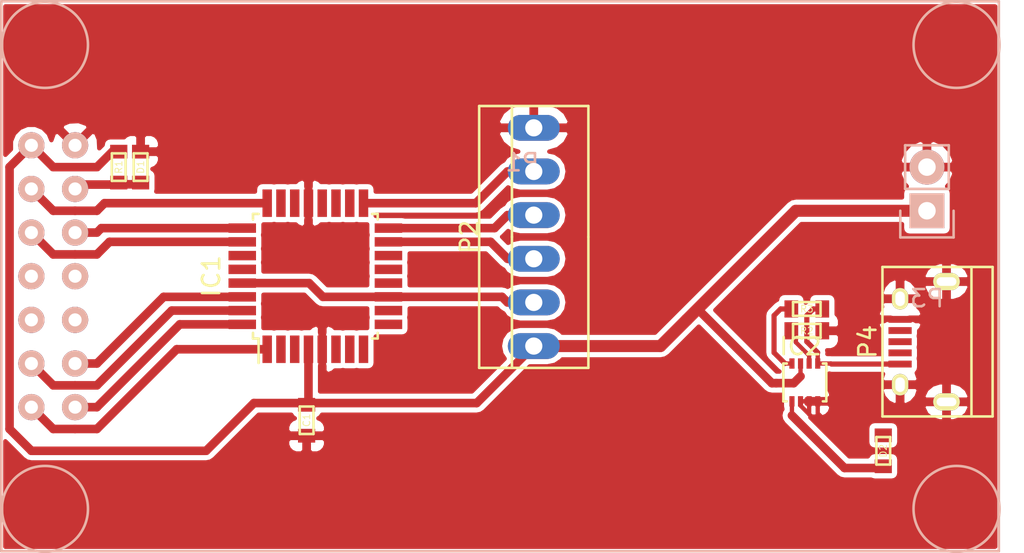
<source format=kicad_pcb>
(kicad_pcb (version 4) (host pcbnew no-vcs-found-product)

  (general
    (links 41)
    (no_connects 2)
    (area 140.214999 84.054999 202.670715 116.645001)
    (thickness 1.6)
    (drawings 0)
    (tracks 101)
    (zones 0)
    (modules 12)
    (nets 43)
  )

  (page A4)
  (layers
    (0 F.Cu signal)
    (31 B.Cu signal)
    (32 B.Adhes user)
    (33 F.Adhes user)
    (34 B.Paste user)
    (35 F.Paste user)
    (36 B.SilkS user)
    (37 F.SilkS user)
    (38 B.Mask user)
    (39 F.Mask user)
    (40 Dwgs.User user)
    (41 Cmts.User user)
    (42 Eco1.User user)
    (43 Eco2.User user)
    (44 Edge.Cuts user)
    (45 Margin user)
    (46 B.CrtYd user)
    (47 F.CrtYd user)
    (48 B.Fab user)
    (49 F.Fab user)
  )

  (setup
    (last_trace_width 0.25)
    (user_trace_width 0.3)
    (user_trace_width 0.5)
    (user_trace_width 0.7)
    (trace_clearance 0.2)
    (zone_clearance 0.3)
    (zone_45_only no)
    (trace_min 0.2)
    (segment_width 0.2)
    (edge_width 0.1)
    (via_size 0.6)
    (via_drill 0.4)
    (via_min_size 0.4)
    (via_min_drill 0.3)
    (uvia_size 0.3)
    (uvia_drill 0.1)
    (uvias_allowed no)
    (uvia_min_size 0.2)
    (uvia_min_drill 0.1)
    (pcb_text_width 0.3)
    (pcb_text_size 1.5 1.5)
    (mod_edge_width 0.15)
    (mod_text_size 1 1)
    (mod_text_width 0.15)
    (pad_size 1.5 1.5)
    (pad_drill 0.6)
    (pad_to_mask_clearance 0)
    (aux_axis_origin 0 0)
    (visible_elements FFFFFF7F)
    (pcbplotparams
      (layerselection 0x00000_00000001)
      (usegerberextensions false)
      (excludeedgelayer true)
      (linewidth 0.100000)
      (plotframeref false)
      (viasonmask false)
      (mode 1)
      (useauxorigin false)
      (hpglpennumber 1)
      (hpglpenspeed 20)
      (hpglpendiameter 15)
      (hpglpenoverlay 2)
      (psnegative false)
      (psa4output false)
      (plotreference true)
      (plotvalue true)
      (plotinvisibletext false)
      (padsonsilk false)
      (subtractmaskfromsilk false)
      (outputformat 1)
      (mirror false)
      (drillshape 0)
      (scaleselection 1)
      (outputdirectory ""))
  )

  (net 0 "")
  (net 1 VSS)
  (net 2 V0)
  (net 3 VDD)
  (net 4 RS)
  (net 5 R/W)
  (net 6 E)
  (net 7 "Net-(P1-Pad7)")
  (net 8 "Net-(P1-Pad8)")
  (net 9 "Net-(P1-Pad9)")
  (net 10 "Net-(P1-Pad10)")
  (net 11 DB4)
  (net 12 DB5)
  (net 13 DB6)
  (net 14 DB7)
  (net 15 "Net-(IC1-Pad2)")
  (net 16 "Net-(IC1-Pad3)")
  (net 17 "Net-(IC1-Pad6)")
  (net 18 "Net-(IC1-Pad7)")
  (net 19 "Net-(IC1-Pad8)")
  (net 20 "Net-(IC1-Pad9)")
  (net 21 "Net-(IC1-Pad10)")
  (net 22 "Net-(IC1-Pad18)")
  (net 23 "Net-(IC1-Pad19)")
  (net 24 "Net-(IC1-Pad20)")
  (net 25 "Net-(IC1-Pad22)")
  (net 26 "Net-(IC1-Pad27)")
  (net 27 "Net-(IC1-Pad28)")
  (net 28 "Net-(IC1-Pad12)")
  (net 29 "Net-(IC1-Pad13)")
  (net 30 "Net-(IC1-Pad14)")
  (net 31 MOSI)
  (net 32 MISO)
  (net 33 SCK)
  (net 34 "Net-(IC1-Pad23)")
  (net 35 ~RESET)
  (net 36 "Net-(D2-Pad1)")
  (net 37 V_USB)
  (net 38 "Net-(IC2-Pad2)")
  (net 39 "Net-(P4-Pad2)")
  (net 40 "Net-(P4-Pad3)")
  (net 41 "Net-(P4-Pad4)")
  (net 42 "Net-(IC2-Pad4)")

  (net_class Default "This is the default net class."
    (clearance 0.2)
    (trace_width 0.25)
    (via_dia 0.6)
    (via_drill 0.4)
    (uvia_dia 0.3)
    (uvia_drill 0.1)
    (add_net DB4)
    (add_net DB5)
    (add_net DB6)
    (add_net DB7)
    (add_net E)
    (add_net MISO)
    (add_net MOSI)
    (add_net "Net-(D2-Pad1)")
    (add_net "Net-(IC1-Pad10)")
    (add_net "Net-(IC1-Pad12)")
    (add_net "Net-(IC1-Pad13)")
    (add_net "Net-(IC1-Pad14)")
    (add_net "Net-(IC1-Pad18)")
    (add_net "Net-(IC1-Pad19)")
    (add_net "Net-(IC1-Pad2)")
    (add_net "Net-(IC1-Pad20)")
    (add_net "Net-(IC1-Pad22)")
    (add_net "Net-(IC1-Pad23)")
    (add_net "Net-(IC1-Pad27)")
    (add_net "Net-(IC1-Pad28)")
    (add_net "Net-(IC1-Pad3)")
    (add_net "Net-(IC1-Pad6)")
    (add_net "Net-(IC1-Pad7)")
    (add_net "Net-(IC1-Pad8)")
    (add_net "Net-(IC1-Pad9)")
    (add_net "Net-(IC2-Pad2)")
    (add_net "Net-(IC2-Pad4)")
    (add_net "Net-(P1-Pad10)")
    (add_net "Net-(P1-Pad7)")
    (add_net "Net-(P1-Pad8)")
    (add_net "Net-(P1-Pad9)")
    (add_net "Net-(P4-Pad2)")
    (add_net "Net-(P4-Pad3)")
    (add_net "Net-(P4-Pad4)")
    (add_net R/W)
    (add_net RS)
    (add_net SCK)
    (add_net V0)
    (add_net VDD)
    (add_net VSS)
    (add_net V_USB)
    (add_net ~RESET)
  )

  (module netl:8x2_backlight locked (layer B.Cu) (tedit 55AE7798) (tstamp 55AE8143)
    (at 144.78 92.71)
    (path /55AE7941)
    (fp_text reference P1 (at 26 1) (layer B.SilkS)
      (effects (font (size 1 1) (thickness 0.15)) (justify mirror))
    )
    (fp_text value CONN_02X07 (at 26 15) (layer B.Fab)
      (effects (font (size 1 1) (thickness 0.15)) (justify mirror))
    )
    (fp_line (start -4.29 -8.38) (end 53.71 -8.38) (layer B.SilkS) (width 0.15))
    (fp_line (start 53.71 -8.38) (end 53.71 23.62) (layer B.SilkS) (width 0.15))
    (fp_line (start 53.71 23.62) (end -4.29 23.62) (layer B.SilkS) (width 0.15))
    (fp_line (start -4.29 23.62) (end -4.29 -8.38) (layer B.SilkS) (width 0.15))
    (fp_circle (center 51.25 21.16) (end 51.25 18.66) (layer B.SilkS) (width 0.15))
    (fp_circle (center 51.25 -5.84) (end 51.25 -8.34) (layer B.SilkS) (width 0.15))
    (fp_circle (center -1.75 -5.84) (end -1.75 -8.34) (layer B.SilkS) (width 0.15))
    (fp_circle (center -1.75 21.16) (end -1.75 18.66) (layer B.SilkS) (width 0.15))
    (pad 1 thru_hole circle (at 0 0) (size 1.524 1.524) (drill 0.762) (layers *.Cu *.Mask B.SilkS)
      (net 1 VSS))
    (pad 2 thru_hole circle (at -2.54 0) (size 1.524 1.524) (drill 0.762) (layers *.Cu *.Mask B.SilkS)
      (net 3 VDD))
    (pad 3 thru_hole circle (at 0 2.54) (size 1.524 1.524) (drill 0.762) (layers *.Cu *.Mask B.SilkS)
      (net 2 V0))
    (pad 4 thru_hole circle (at -2.54 2.54) (size 1.524 1.524) (drill 0.762) (layers *.Cu *.Mask B.SilkS)
      (net 4 RS))
    (pad 5 thru_hole circle (at 0 5.08) (size 1.524 1.524) (drill 0.762) (layers *.Cu *.Mask B.SilkS)
      (net 5 R/W))
    (pad 6 thru_hole circle (at -2.54 5.08) (size 1.524 1.524) (drill 0.762) (layers *.Cu *.Mask B.SilkS)
      (net 6 E))
    (pad 7 thru_hole circle (at 0 7.62) (size 1.524 1.524) (drill 0.762) (layers *.Cu *.Mask B.SilkS)
      (net 7 "Net-(P1-Pad7)"))
    (pad 8 thru_hole circle (at -2.54 7.62) (size 1.524 1.524) (drill 0.762) (layers *.Cu *.Mask B.SilkS)
      (net 8 "Net-(P1-Pad8)"))
    (pad 9 thru_hole circle (at 0 10.16) (size 1.524 1.524) (drill 0.762) (layers *.Cu *.Mask B.SilkS)
      (net 9 "Net-(P1-Pad9)"))
    (pad 10 thru_hole circle (at -2.54 10.16) (size 1.524 1.524) (drill 0.762) (layers *.Cu *.Mask B.SilkS)
      (net 10 "Net-(P1-Pad10)"))
    (pad 11 thru_hole circle (at 0 12.7) (size 1.524 1.524) (drill 0.762) (layers *.Cu *.Mask B.SilkS)
      (net 11 DB4))
    (pad 12 thru_hole circle (at -2.54 12.7) (size 1.524 1.524) (drill 0.762) (layers *.Cu *.Mask B.SilkS)
      (net 12 DB5))
    (pad 13 thru_hole circle (at 0 15.24) (size 1.524 1.524) (drill 0.762) (layers *.Cu *.Mask B.SilkS)
      (net 13 DB6))
    (pad 14 thru_hole circle (at -2.54 15.24) (size 1.524 1.524) (drill 0.762) (layers *.Cu *.Mask B.SilkS)
      (net 14 DB7))
  )

  (module netl:SMD_0603 (layer F.Cu) (tedit 5537B97F) (tstamp 55AE812B)
    (at 158.242 108.712 270)
    (path /55AE8005)
    (fp_text reference C1 (at 0 0 270) (layer F.SilkS)
      (effects (font (size 0.4 0.4) (thickness 0.05)))
    )
    (fp_text value C (at 0 -0.8 270) (layer F.Fab)
      (effects (font (size 0.4 0.4) (thickness 0.1)))
    )
    (fp_line (start -0.8 0.4) (end 0.8 0.4) (layer F.SilkS) (width 0.15))
    (fp_line (start 0.8 0.4) (end 0.8 -0.4) (layer F.SilkS) (width 0.15))
    (fp_line (start 0.8 -0.4) (end -0.8 -0.4) (layer F.SilkS) (width 0.15))
    (fp_line (start -0.8 -0.4) (end -0.8 0.4) (layer F.SilkS) (width 0.15))
    (pad 1 smd rect (at -1 0 270) (size 0.8 1) (drill (offset 0.1 0)) (layers F.Cu F.Paste F.Mask)
      (net 3 VDD))
    (pad 2 smd rect (at 1 0 270) (size 0.8 1) (drill (offset -0.1 0)) (layers F.Cu F.Paste F.Mask)
      (net 1 VSS))
  )

  (module netl:SMD_0603 (layer F.Cu) (tedit 5537B97F) (tstamp 55AE8131)
    (at 148.59 93.98 270)
    (path /55AE7C80)
    (fp_text reference D1 (at 0 0 270) (layer F.SilkS)
      (effects (font (size 0.4 0.4) (thickness 0.05)))
    )
    (fp_text value D (at 0 -0.8 270) (layer F.Fab)
      (effects (font (size 0.4 0.4) (thickness 0.1)))
    )
    (fp_line (start -0.8 0.4) (end 0.8 0.4) (layer F.SilkS) (width 0.15))
    (fp_line (start 0.8 0.4) (end 0.8 -0.4) (layer F.SilkS) (width 0.15))
    (fp_line (start 0.8 -0.4) (end -0.8 -0.4) (layer F.SilkS) (width 0.15))
    (fp_line (start -0.8 -0.4) (end -0.8 0.4) (layer F.SilkS) (width 0.15))
    (pad 1 smd rect (at -1 0 270) (size 0.8 1) (drill (offset 0.1 0)) (layers F.Cu F.Paste F.Mask)
      (net 1 VSS))
    (pad 2 smd rect (at 1 0 270) (size 0.8 1) (drill (offset -0.1 0)) (layers F.Cu F.Paste F.Mask)
      (net 2 V0))
  )

  (module netl:SMD_0603 (layer F.Cu) (tedit 5537B97F) (tstamp 55AE8149)
    (at 147.32 93.98 270)
    (path /55AE7D58)
    (fp_text reference R1 (at 0 0 270) (layer F.SilkS)
      (effects (font (size 0.4 0.4) (thickness 0.05)))
    )
    (fp_text value R (at 0 -0.8 270) (layer F.Fab)
      (effects (font (size 0.4 0.4) (thickness 0.1)))
    )
    (fp_line (start -0.8 0.4) (end 0.8 0.4) (layer F.SilkS) (width 0.15))
    (fp_line (start 0.8 0.4) (end 0.8 -0.4) (layer F.SilkS) (width 0.15))
    (fp_line (start 0.8 -0.4) (end -0.8 -0.4) (layer F.SilkS) (width 0.15))
    (fp_line (start -0.8 -0.4) (end -0.8 0.4) (layer F.SilkS) (width 0.15))
    (pad 1 smd rect (at -1 0 270) (size 0.8 1) (drill (offset 0.1 0)) (layers F.Cu F.Paste F.Mask)
      (net 3 VDD))
    (pad 2 smd rect (at 1 0 270) (size 0.8 1) (drill (offset -0.1 0)) (layers F.Cu F.Paste F.Mask)
      (net 2 V0))
  )

  (module Housings_QFP:TQFP-32_7x7mm_Pitch0.8mm (layer F.Cu) (tedit 54130A77) (tstamp 55AE8247)
    (at 158.75 100.33 90)
    (descr "32-Lead Plastic Thin Quad Flatpack (PT) - 7x7x1.0 mm Body, 2.00 mm [TQFP] (see Microchip Packaging Specification 00000049BS.pdf)")
    (tags "QFP 0.8")
    (path /55AE8F66)
    (attr smd)
    (fp_text reference IC1 (at 0 -6.05 90) (layer F.SilkS)
      (effects (font (size 1 1) (thickness 0.15)))
    )
    (fp_text value ATTINY48-A (at 0 6.05 90) (layer F.Fab)
      (effects (font (size 1 1) (thickness 0.15)))
    )
    (fp_line (start -5.3 -5.3) (end -5.3 5.3) (layer F.CrtYd) (width 0.05))
    (fp_line (start 5.3 -5.3) (end 5.3 5.3) (layer F.CrtYd) (width 0.05))
    (fp_line (start -5.3 -5.3) (end 5.3 -5.3) (layer F.CrtYd) (width 0.05))
    (fp_line (start -5.3 5.3) (end 5.3 5.3) (layer F.CrtYd) (width 0.05))
    (fp_line (start -3.625 -3.625) (end -3.625 -3.3) (layer F.SilkS) (width 0.15))
    (fp_line (start 3.625 -3.625) (end 3.625 -3.3) (layer F.SilkS) (width 0.15))
    (fp_line (start 3.625 3.625) (end 3.625 3.3) (layer F.SilkS) (width 0.15))
    (fp_line (start -3.625 3.625) (end -3.625 3.3) (layer F.SilkS) (width 0.15))
    (fp_line (start -3.625 -3.625) (end -3.3 -3.625) (layer F.SilkS) (width 0.15))
    (fp_line (start -3.625 3.625) (end -3.3 3.625) (layer F.SilkS) (width 0.15))
    (fp_line (start 3.625 3.625) (end 3.3 3.625) (layer F.SilkS) (width 0.15))
    (fp_line (start 3.625 -3.625) (end 3.3 -3.625) (layer F.SilkS) (width 0.15))
    (fp_line (start -3.625 -3.3) (end -5.05 -3.3) (layer F.SilkS) (width 0.15))
    (pad 1 smd rect (at -4.25 -2.8 90) (size 1.6 0.55) (layers F.Cu F.Paste F.Mask)
      (net 14 DB7))
    (pad 2 smd rect (at -4.25 -2 90) (size 1.6 0.55) (layers F.Cu F.Paste F.Mask)
      (net 15 "Net-(IC1-Pad2)"))
    (pad 3 smd rect (at -4.25 -1.2 90) (size 1.6 0.55) (layers F.Cu F.Paste F.Mask)
      (net 16 "Net-(IC1-Pad3)"))
    (pad 4 smd rect (at -4.25 -0.4 90) (size 1.6 0.55) (layers F.Cu F.Paste F.Mask)
      (net 3 VDD))
    (pad 5 smd rect (at -4.25 0.4 90) (size 1.6 0.55) (layers F.Cu F.Paste F.Mask)
      (net 1 VSS))
    (pad 6 smd rect (at -4.25 1.2 90) (size 1.6 0.55) (layers F.Cu F.Paste F.Mask)
      (net 17 "Net-(IC1-Pad6)"))
    (pad 7 smd rect (at -4.25 2 90) (size 1.6 0.55) (layers F.Cu F.Paste F.Mask)
      (net 18 "Net-(IC1-Pad7)"))
    (pad 8 smd rect (at -4.25 2.8 90) (size 1.6 0.55) (layers F.Cu F.Paste F.Mask)
      (net 19 "Net-(IC1-Pad8)"))
    (pad 9 smd rect (at -2.8 4.25 180) (size 1.6 0.55) (layers F.Cu F.Paste F.Mask)
      (net 20 "Net-(IC1-Pad9)"))
    (pad 10 smd rect (at -2 4.25 180) (size 1.6 0.55) (layers F.Cu F.Paste F.Mask)
      (net 21 "Net-(IC1-Pad10)"))
    (pad 11 smd rect (at -1.2 4.25 180) (size 1.6 0.55) (layers F.Cu F.Paste F.Mask)
      (net 35 ~RESET))
    (pad 12 smd rect (at -0.4 4.25 180) (size 1.6 0.55) (layers F.Cu F.Paste F.Mask)
      (net 28 "Net-(IC1-Pad12)"))
    (pad 13 smd rect (at 0.4 4.25 180) (size 1.6 0.55) (layers F.Cu F.Paste F.Mask)
      (net 29 "Net-(IC1-Pad13)"))
    (pad 14 smd rect (at 1.2 4.25 180) (size 1.6 0.55) (layers F.Cu F.Paste F.Mask)
      (net 30 "Net-(IC1-Pad14)"))
    (pad 15 smd rect (at 2 4.25 180) (size 1.6 0.55) (layers F.Cu F.Paste F.Mask)
      (net 31 MOSI))
    (pad 16 smd rect (at 2.8 4.25 180) (size 1.6 0.55) (layers F.Cu F.Paste F.Mask)
      (net 32 MISO))
    (pad 17 smd rect (at 4.25 2.8 90) (size 1.6 0.55) (layers F.Cu F.Paste F.Mask)
      (net 33 SCK))
    (pad 18 smd rect (at 4.25 2 90) (size 1.6 0.55) (layers F.Cu F.Paste F.Mask)
      (net 22 "Net-(IC1-Pad18)"))
    (pad 19 smd rect (at 4.25 1.2 90) (size 1.6 0.55) (layers F.Cu F.Paste F.Mask)
      (net 23 "Net-(IC1-Pad19)"))
    (pad 20 smd rect (at 4.25 0.4 90) (size 1.6 0.55) (layers F.Cu F.Paste F.Mask)
      (net 24 "Net-(IC1-Pad20)"))
    (pad 21 smd rect (at 4.25 -0.4 90) (size 1.6 0.55) (layers F.Cu F.Paste F.Mask)
      (net 1 VSS))
    (pad 22 smd rect (at 4.25 -1.2 90) (size 1.6 0.55) (layers F.Cu F.Paste F.Mask)
      (net 25 "Net-(IC1-Pad22)"))
    (pad 23 smd rect (at 4.25 -2 90) (size 1.6 0.55) (layers F.Cu F.Paste F.Mask)
      (net 34 "Net-(IC1-Pad23)"))
    (pad 24 smd rect (at 4.25 -2.8 90) (size 1.6 0.55) (layers F.Cu F.Paste F.Mask)
      (net 4 RS))
    (pad 25 smd rect (at 2.8 -4.25 180) (size 1.6 0.55) (layers F.Cu F.Paste F.Mask)
      (net 5 R/W))
    (pad 26 smd rect (at 2 -4.25 180) (size 1.6 0.55) (layers F.Cu F.Paste F.Mask)
      (net 6 E))
    (pad 27 smd rect (at 1.2 -4.25 180) (size 1.6 0.55) (layers F.Cu F.Paste F.Mask)
      (net 26 "Net-(IC1-Pad27)"))
    (pad 28 smd rect (at 0.4 -4.25 180) (size 1.6 0.55) (layers F.Cu F.Paste F.Mask)
      (net 27 "Net-(IC1-Pad28)"))
    (pad 29 smd rect (at -0.4 -4.25 180) (size 1.6 0.55) (layers F.Cu F.Paste F.Mask)
      (net 35 ~RESET))
    (pad 30 smd rect (at -1.2 -4.25 180) (size 1.6 0.55) (layers F.Cu F.Paste F.Mask)
      (net 11 DB4))
    (pad 31 smd rect (at -2 -4.25 180) (size 1.6 0.55) (layers F.Cu F.Paste F.Mask)
      (net 12 DB5))
    (pad 32 smd rect (at -2.8 -4.25 180) (size 1.6 0.55) (layers F.Cu F.Paste F.Mask)
      (net 13 DB6))
    (model Housings_QFP.3dshapes/TQFP-32_7x7mm_Pitch0.8mm.wrl
      (at (xyz 0 0 0))
      (scale (xyz 1 1 1))
      (rotate (xyz 0 0 0))
    )
  )

  (module Connect:PINHEAD1-6 (layer F.Cu) (tedit 0) (tstamp 55AE85AA)
    (at 171.45 98.044 90)
    (path /55AEA1E8)
    (attr virtual)
    (fp_text reference P2 (at 0 -3.75 90) (layer F.SilkS)
      (effects (font (size 1 1) (thickness 0.15)))
    )
    (fp_text value CONN_01X06 (at 0 3.81 90) (layer F.Fab)
      (effects (font (size 1 1) (thickness 0.15)))
    )
    (fp_line (start 0 3.175) (end 7.62 3.175) (layer F.SilkS) (width 0.15))
    (fp_line (start 0 -1.27) (end 7.62 -1.27) (layer F.SilkS) (width 0.15))
    (fp_line (start 0 -3.175) (end 7.62 -3.175) (layer F.SilkS) (width 0.15))
    (fp_line (start -7.62 -3.175) (end -7.62 3.175) (layer F.SilkS) (width 0.15))
    (fp_line (start 7.62 -3.175) (end 7.62 3.175) (layer F.SilkS) (width 0.15))
    (fp_line (start 0 -1.27) (end -7.62 -1.27) (layer F.SilkS) (width 0.15))
    (fp_line (start -7.62 -3.175) (end 0 -3.175) (layer F.SilkS) (width 0.15))
    (fp_line (start 0 3.175) (end -7.62 3.175) (layer F.SilkS) (width 0.15))
    (pad 1 thru_hole oval (at -6.35 0 90) (size 1.50622 3.01498) (drill 0.99822) (layers *.Cu *.Mask)
      (net 3 VDD))
    (pad 2 thru_hole oval (at -3.81 0 90) (size 1.50622 3.01498) (drill 0.99822) (layers *.Cu *.Mask)
      (net 35 ~RESET))
    (pad 3 thru_hole oval (at -1.27 0 90) (size 1.50622 3.01498) (drill 0.99822) (layers *.Cu *.Mask)
      (net 31 MOSI))
    (pad 4 thru_hole oval (at 1.27 0 90) (size 1.50622 3.01498) (drill 0.99822) (layers *.Cu *.Mask)
      (net 32 MISO))
    (pad 5 thru_hole oval (at 3.81 0 90) (size 1.50622 3.01498) (drill 0.99822) (layers *.Cu *.Mask)
      (net 33 SCK))
    (pad 6 thru_hole oval (at 6.35 0 90) (size 1.50622 3.01498) (drill 0.99822) (layers *.Cu *.Mask)
      (net 1 VSS))
  )

  (module netl:SMD_0603 (layer F.Cu) (tedit 5537B97F) (tstamp 55AE906F)
    (at 191.77 110.49 90)
    (path /55AEB80C)
    (fp_text reference D2 (at 0 0 90) (layer F.SilkS)
      (effects (font (size 0.4 0.4) (thickness 0.05)))
    )
    (fp_text value LED (at 0 -0.8 90) (layer F.Fab)
      (effects (font (size 0.4 0.4) (thickness 0.1)))
    )
    (fp_line (start -0.8 0.4) (end 0.8 0.4) (layer F.SilkS) (width 0.15))
    (fp_line (start 0.8 0.4) (end 0.8 -0.4) (layer F.SilkS) (width 0.15))
    (fp_line (start 0.8 -0.4) (end -0.8 -0.4) (layer F.SilkS) (width 0.15))
    (fp_line (start -0.8 -0.4) (end -0.8 0.4) (layer F.SilkS) (width 0.15))
    (pad 1 smd rect (at -1 0 90) (size 0.8 1) (drill (offset 0.1 0)) (layers F.Cu F.Paste F.Mask)
      (net 36 "Net-(D2-Pad1)"))
    (pad 2 smd rect (at 1 0 90) (size 0.8 1) (drill (offset -0.1 0)) (layers F.Cu F.Paste F.Mask)
      (net 37 V_USB))
  )

  (module netl:SC70JW-8 (layer F.Cu) (tedit 55AE8E1B) (tstamp 55AE9081)
    (at 187.96 105.41 180)
    (path /55AEB36A)
    (fp_text reference IC2 (at 1 1 180) (layer F.SilkS)
      (effects (font (size 1 1) (thickness 0.15)))
    )
    (fp_text value AAT3681A (at 1 -3.5 180) (layer F.Fab)
      (effects (font (size 1 1) (thickness 0.15)))
    )
    (fp_line (start -0.5 -2.2) (end -0.3 -2.2) (layer F.SilkS) (width 0.15))
    (fp_line (start -0.5 0) (end -0.5 -2.2) (layer F.SilkS) (width 0.15))
    (fp_line (start -0.5 0) (end -0.3 0) (layer F.SilkS) (width 0.15))
    (fp_line (start 1.8 0) (end 2 0) (layer F.SilkS) (width 0.15))
    (fp_line (start 2 0) (end 2 -2.2) (layer F.SilkS) (width 0.15))
    (fp_line (start 2 -2.2) (end 1.8 -2.2) (layer F.SilkS) (width 0.15))
    (pad 1 smd rect (at 0 0 180) (size 0.3 0.6) (layers F.Cu F.Paste F.Mask)
      (net 37 V_USB))
    (pad 2 smd rect (at 0.5 0 180) (size 0.3 0.6) (layers F.Cu F.Paste F.Mask)
      (net 38 "Net-(IC2-Pad2)"))
    (pad 3 smd rect (at 1 0 180) (size 0.3 0.6) (layers F.Cu F.Paste F.Mask)
      (net 3 VDD))
    (pad 4 smd rect (at 1.5 0 180) (size 0.3 0.6) (layers F.Cu F.Paste F.Mask)
      (net 42 "Net-(IC2-Pad4)"))
    (pad 5 smd rect (at 1.5 -2.2 180) (size 0.3 0.6) (layers F.Cu F.Paste F.Mask)
      (net 36 "Net-(D2-Pad1)"))
    (pad 6 smd rect (at 1 -2.2 180) (size 0.3 0.6) (layers F.Cu F.Paste F.Mask)
      (net 1 VSS))
    (pad 7 smd rect (at 0.5 -2.2 180) (size 0.3 0.6) (layers F.Cu F.Paste F.Mask)
      (net 1 VSS))
    (pad 8 smd rect (at 0 -2.2 180) (size 0.3 0.6) (layers F.Cu F.Paste F.Mask)
      (net 1 VSS))
  )

  (module Pin_Headers:Pin_Header_Straight_1x02 (layer B.Cu) (tedit 54EA090C) (tstamp 55AE9087)
    (at 194.31 96.52)
    (descr "Through hole pin header")
    (tags "pin header")
    (path /55AEBC12)
    (fp_text reference P3 (at 0 5.1) (layer B.SilkS)
      (effects (font (size 1 1) (thickness 0.15)) (justify mirror))
    )
    (fp_text value CONN_01X02 (at 0 3.1) (layer B.Fab)
      (effects (font (size 1 1) (thickness 0.15)) (justify mirror))
    )
    (fp_line (start 1.27 -1.27) (end 1.27 -3.81) (layer B.SilkS) (width 0.15))
    (fp_line (start 1.55 1.55) (end 1.55 0) (layer B.SilkS) (width 0.15))
    (fp_line (start -1.75 1.75) (end -1.75 -4.3) (layer B.CrtYd) (width 0.05))
    (fp_line (start 1.75 1.75) (end 1.75 -4.3) (layer B.CrtYd) (width 0.05))
    (fp_line (start -1.75 1.75) (end 1.75 1.75) (layer B.CrtYd) (width 0.05))
    (fp_line (start -1.75 -4.3) (end 1.75 -4.3) (layer B.CrtYd) (width 0.05))
    (fp_line (start 1.27 -1.27) (end -1.27 -1.27) (layer B.SilkS) (width 0.15))
    (fp_line (start -1.55 0) (end -1.55 1.55) (layer B.SilkS) (width 0.15))
    (fp_line (start -1.55 1.55) (end 1.55 1.55) (layer B.SilkS) (width 0.15))
    (fp_line (start -1.27 -1.27) (end -1.27 -3.81) (layer B.SilkS) (width 0.15))
    (fp_line (start -1.27 -3.81) (end 1.27 -3.81) (layer B.SilkS) (width 0.15))
    (pad 1 thru_hole rect (at 0 0) (size 2.032 2.032) (drill 1.016) (layers *.Cu *.Mask B.SilkS)
      (net 3 VDD))
    (pad 2 thru_hole oval (at 0 -2.54) (size 2.032 2.032) (drill 1.016) (layers *.Cu *.Mask B.SilkS)
      (net 1 VSS))
    (model Pin_Headers.3dshapes/Pin_Header_Straight_1x02.wrl
      (at (xyz 0 -0.05 0))
      (scale (xyz 1 1 1))
      (rotate (xyz 0 0 90))
    )
  )

  (module Connect:USB_Micro-B (layer F.Cu) (tedit 5543E447) (tstamp 55AE9094)
    (at 194.31 104.14 90)
    (descr "Micro USB Type B Receptacle")
    (tags "USB USB_B USB_micro USB_OTG")
    (path /55AEBD84)
    (attr smd)
    (fp_text reference P4 (at 0 -3.45 90) (layer F.SilkS)
      (effects (font (size 1 1) (thickness 0.15)))
    )
    (fp_text value USB_OTG (at 0 4.8 90) (layer F.Fab)
      (effects (font (size 1 1) (thickness 0.15)))
    )
    (fp_line (start -4.6 -2.8) (end 4.6 -2.8) (layer F.CrtYd) (width 0.05))
    (fp_line (start 4.6 -2.8) (end 4.6 4.05) (layer F.CrtYd) (width 0.05))
    (fp_line (start 4.6 4.05) (end -4.6 4.05) (layer F.CrtYd) (width 0.05))
    (fp_line (start -4.6 4.05) (end -4.6 -2.8) (layer F.CrtYd) (width 0.05))
    (fp_line (start -4.3509 3.81746) (end 4.3491 3.81746) (layer F.SilkS) (width 0.15))
    (fp_line (start -4.3509 -2.58754) (end 4.3491 -2.58754) (layer F.SilkS) (width 0.15))
    (fp_line (start 4.3491 -2.58754) (end 4.3491 3.81746) (layer F.SilkS) (width 0.15))
    (fp_line (start 4.3491 2.58746) (end -4.3509 2.58746) (layer F.SilkS) (width 0.15))
    (fp_line (start -4.3509 3.81746) (end -4.3509 -2.58754) (layer F.SilkS) (width 0.15))
    (pad 1 smd rect (at -1.3009 -1.56254 180) (size 1.35 0.4) (layers F.Cu F.Paste F.Mask)
      (net 37 V_USB))
    (pad 2 smd rect (at -0.6509 -1.56254 180) (size 1.35 0.4) (layers F.Cu F.Paste F.Mask)
      (net 39 "Net-(P4-Pad2)"))
    (pad 3 smd rect (at -0.0009 -1.56254 180) (size 1.35 0.4) (layers F.Cu F.Paste F.Mask)
      (net 40 "Net-(P4-Pad3)"))
    (pad 4 smd rect (at 0.6491 -1.56254 180) (size 1.35 0.4) (layers F.Cu F.Paste F.Mask)
      (net 41 "Net-(P4-Pad4)"))
    (pad 5 smd rect (at 1.2991 -1.56254 180) (size 1.35 0.4) (layers F.Cu F.Paste F.Mask)
      (net 1 VSS))
    (pad 6 thru_hole oval (at -2.5009 -1.56254 180) (size 0.95 1.25) (drill oval 0.55 0.85) (layers *.Cu *.Mask F.SilkS)
      (net 1 VSS))
    (pad 6 thru_hole oval (at 2.4991 -1.56254 180) (size 0.95 1.25) (drill oval 0.55 0.85) (layers *.Cu *.Mask F.SilkS)
      (net 1 VSS))
    (pad 6 thru_hole oval (at -3.5009 1.13746 180) (size 1.55 1) (drill oval 1.15 0.5) (layers *.Cu *.Mask F.SilkS)
      (net 1 VSS))
    (pad 6 thru_hole oval (at 3.4991 1.13746 180) (size 1.55 1) (drill oval 1.15 0.5) (layers *.Cu *.Mask F.SilkS)
      (net 1 VSS))
  )

  (module netl:SMD_0603 (layer F.Cu) (tedit 5537B97F) (tstamp 55AE909A)
    (at 187.325 103.505)
    (path /55AEB9B3)
    (fp_text reference R2 (at 0 0) (layer F.SilkS)
      (effects (font (size 0.4 0.4) (thickness 0.05)))
    )
    (fp_text value R (at 0 -0.8) (layer F.Fab)
      (effects (font (size 0.4 0.4) (thickness 0.1)))
    )
    (fp_line (start -0.8 0.4) (end 0.8 0.4) (layer F.SilkS) (width 0.15))
    (fp_line (start 0.8 0.4) (end 0.8 -0.4) (layer F.SilkS) (width 0.15))
    (fp_line (start 0.8 -0.4) (end -0.8 -0.4) (layer F.SilkS) (width 0.15))
    (fp_line (start -0.8 -0.4) (end -0.8 0.4) (layer F.SilkS) (width 0.15))
    (pad 1 smd rect (at -1 0) (size 0.8 1) (drill (offset 0.1 0)) (layers F.Cu F.Paste F.Mask)
      (net 38 "Net-(IC2-Pad2)"))
    (pad 2 smd rect (at 1 0) (size 0.8 1) (drill (offset -0.1 0)) (layers F.Cu F.Paste F.Mask)
      (net 1 VSS))
  )

  (module netl:SMD_0603 (layer F.Cu) (tedit 5537B97F) (tstamp 55AE97A8)
    (at 187.325 102.235 180)
    (path /55AECAD7)
    (fp_text reference R3 (at 0 0 180) (layer F.SilkS)
      (effects (font (size 0.4 0.4) (thickness 0.05)))
    )
    (fp_text value 0R (at 0 -0.8 180) (layer F.Fab)
      (effects (font (size 0.4 0.4) (thickness 0.1)))
    )
    (fp_line (start -0.8 0.4) (end 0.8 0.4) (layer F.SilkS) (width 0.15))
    (fp_line (start 0.8 0.4) (end 0.8 -0.4) (layer F.SilkS) (width 0.15))
    (fp_line (start 0.8 -0.4) (end -0.8 -0.4) (layer F.SilkS) (width 0.15))
    (fp_line (start -0.8 -0.4) (end -0.8 0.4) (layer F.SilkS) (width 0.15))
    (pad 1 smd rect (at -1 0 180) (size 0.8 1) (drill (offset 0.1 0)) (layers F.Cu F.Paste F.Mask)
      (net 37 V_USB))
    (pad 2 smd rect (at 1 0 180) (size 0.8 1) (drill (offset -0.1 0)) (layers F.Cu F.Paste F.Mask)
      (net 42 "Net-(IC2-Pad4)"))
  )

  (segment (start 186.96 107.61) (end 186.96 107.86) (width 0.25) (layer F.Cu) (net 1) (status C00000))
  (segment (start 186.96 107.86) (end 187.46 108.36) (width 0.25) (layer F.Cu) (net 1) (tstamp 55AE9BFF) (status 400000))
  (segment (start 187.46 107.61) (end 187.46 108.36) (width 0.25) (layer F.Cu) (net 1) (status 400000))
  (segment (start 187.96 108.46) (end 188 108.5) (width 0.25) (layer F.Cu) (net 1) (tstamp 55AE9BF8))
  (segment (start 187.96 108.46) (end 187.96 107.61) (width 0.25) (layer F.Cu) (net 1) (status 800000))
  (segment (start 187.6 108.5) (end 188 108.5) (width 0.25) (layer F.Cu) (net 1) (tstamp 55AE9BFC))
  (segment (start 187.46 108.36) (end 187.6 108.5) (width 0.25) (layer F.Cu) (net 1) (tstamp 55AE9BFB))
  (segment (start 186.96 107.61) (end 187.46 107.61) (width 0.25) (layer F.Cu) (net 1) (status C00000))
  (segment (start 148.59 94.98) (end 147.32 94.98) (width 0.5) (layer F.Cu) (net 2))
  (segment (start 147.32 94.98) (end 147.304 94.996) (width 0.5) (layer F.Cu) (net 2) (tstamp 55AE9384))
  (segment (start 147.304 94.996) (end 145.034 94.996) (width 0.5) (layer F.Cu) (net 2) (tstamp 55AE9385))
  (segment (start 145.034 94.996) (end 144.78 95.25) (width 0.5) (layer F.Cu) (net 2) (tstamp 55AE9386))
  (segment (start 142.24 92.71) (end 140.97 93.98) (width 0.5) (layer F.Cu) (net 3))
  (segment (start 155.178 107.712) (end 158.242 107.712) (width 0.5) (layer F.Cu) (net 3) (tstamp 55AE9A41))
  (segment (start 152.4 110.49) (end 155.178 107.712) (width 0.5) (layer F.Cu) (net 3) (tstamp 55AE9A3F))
  (segment (start 142.24 110.49) (end 152.4 110.49) (width 0.5) (layer F.Cu) (net 3) (tstamp 55AE9A3C))
  (segment (start 140.97 109.22) (end 142.24 110.49) (width 0.5) (layer F.Cu) (net 3) (tstamp 55AE9A39))
  (segment (start 140.97 93.98) (end 140.97 109.22) (width 0.5) (layer F.Cu) (net 3) (tstamp 55AE9A37))
  (segment (start 185.547 106.553) (end 185.293 106.553) (width 0.5) (layer F.Cu) (net 3))
  (segment (start 186.96 106.156) (end 186.563 106.553) (width 0.5) (layer F.Cu) (net 3) (tstamp 55AE98A2))
  (segment (start 186.563 106.553) (end 185.547 106.553) (width 0.5) (layer F.Cu) (net 3) (tstamp 55AE98A5))
  (segment (start 186.96 105.41) (end 186.96 106.156) (width 0.25) (layer F.Cu) (net 3))
  (segment (start 180.975 102.235) (end 180.34 102.87) (width 0.5) (layer F.Cu) (net 3) (tstamp 55AE9A19))
  (segment (start 185.293 106.553) (end 180.975 102.235) (width 0.5) (layer F.Cu) (net 3) (tstamp 55AE9A18))
  (segment (start 194.31 96.52) (end 186.69 96.52) (width 0.7) (layer F.Cu) (net 3))
  (segment (start 178.816 104.394) (end 171.45 104.394) (width 0.7) (layer F.Cu) (net 3) (tstamp 55AE9A13))
  (segment (start 186.69 96.52) (end 180.34 102.87) (width 0.7) (layer F.Cu) (net 3) (tstamp 55AE9A11))
  (segment (start 180.34 102.87) (end 178.816 104.394) (width 0.7) (layer F.Cu) (net 3) (tstamp 55AE9A1C))
  (segment (start 158.242 107.712) (end 168.132 107.712) (width 0.5) (layer F.Cu) (net 3))
  (segment (start 168.132 107.712) (end 171.45 104.394) (width 0.5) (layer F.Cu) (net 3) (tstamp 55AE9517))
  (segment (start 158.35 104.58) (end 158.35 107.604) (width 0.5) (layer F.Cu) (net 3))
  (segment (start 158.35 107.604) (end 158.242 107.712) (width 0.5) (layer F.Cu) (net 3) (tstamp 55AE9514))
  (segment (start 147.32 92.98) (end 147.05 92.98) (width 0.5) (layer F.Cu) (net 3))
  (segment (start 147.05 92.98) (end 146.05 93.98) (width 0.5) (layer F.Cu) (net 3) (tstamp 55AE9391))
  (segment (start 146.05 93.98) (end 143.51 93.98) (width 0.5) (layer F.Cu) (net 3) (tstamp 55AE9392))
  (segment (start 143.51 93.98) (end 142.24 92.71) (width 0.5) (layer F.Cu) (net 3) (tstamp 55AE9393))
  (segment (start 147.32 92.98) (end 147.304 92.98) (width 0.5) (layer F.Cu) (net 3))
  (segment (start 144.78 96.52) (end 146.05 96.52) (width 0.5) (layer F.Cu) (net 4))
  (segment (start 143.51 96.52) (end 144.78 96.52) (width 0.5) (layer F.Cu) (net 4) (tstamp 55AE92EB))
  (segment (start 142.24 95.25) (end 143.51 96.52) (width 0.5) (layer F.Cu) (net 4))
  (segment (start 146.49 96.08) (end 155.95 96.08) (width 0.5) (layer F.Cu) (net 4) (tstamp 55AE9366))
  (segment (start 146.05 96.52) (end 146.49 96.08) (width 0.5) (layer F.Cu) (net 4) (tstamp 55AE9365))
  (segment (start 144.78 97.79) (end 146.05 97.79) (width 0.5) (layer F.Cu) (net 5))
  (segment (start 146.31 97.53) (end 154.5 97.53) (width 0.5) (layer F.Cu) (net 5) (tstamp 55AE9362))
  (segment (start 146.05 97.79) (end 146.31 97.53) (width 0.5) (layer F.Cu) (net 5) (tstamp 55AE9361))
  (segment (start 144.78 99.06) (end 146.05 99.06) (width 0.5) (layer F.Cu) (net 6))
  (segment (start 143.51 99.06) (end 144.78 99.06) (width 0.5) (layer F.Cu) (net 6) (tstamp 55AE92EF))
  (segment (start 142.24 97.79) (end 143.51 99.06) (width 0.5) (layer F.Cu) (net 6))
  (segment (start 146.78 98.33) (end 154.5 98.33) (width 0.5) (layer F.Cu) (net 6) (tstamp 55AE935E))
  (segment (start 146.05 99.06) (end 146.78 98.33) (width 0.5) (layer F.Cu) (net 6) (tstamp 55AE935D))
  (segment (start 144.78 105.41) (end 146.05 105.41) (width 0.5) (layer F.Cu) (net 11))
  (segment (start 149.93 101.53) (end 154.5 101.53) (width 0.5) (layer F.Cu) (net 11) (tstamp 55AE9348))
  (segment (start 146.05 105.41) (end 149.93 101.53) (width 0.5) (layer F.Cu) (net 11) (tstamp 55AE9347))
  (segment (start 144.78 106.68) (end 146.05 106.68) (width 0.5) (layer F.Cu) (net 12))
  (segment (start 143.51 106.68) (end 144.78 106.68) (width 0.5) (layer F.Cu) (net 12) (tstamp 55AE92F2))
  (segment (start 142.24 105.41) (end 143.51 106.68) (width 0.5) (layer F.Cu) (net 12))
  (segment (start 150.4 102.33) (end 154.5 102.33) (width 0.5) (layer F.Cu) (net 12) (tstamp 55AE934D))
  (segment (start 146.05 106.68) (end 150.4 102.33) (width 0.5) (layer F.Cu) (net 12) (tstamp 55AE934C))
  (segment (start 144.78 107.95) (end 146.05 107.95) (width 0.5) (layer F.Cu) (net 13))
  (segment (start 150.87 103.13) (end 154.5 103.13) (width 0.5) (layer F.Cu) (net 13) (tstamp 55AE9352))
  (segment (start 146.05 107.95) (end 150.87 103.13) (width 0.5) (layer F.Cu) (net 13) (tstamp 55AE9351))
  (segment (start 144.78 109.22) (end 146.05 109.22) (width 0.5) (layer F.Cu) (net 14))
  (segment (start 143.51 109.22) (end 144.78 109.22) (width 0.5) (layer F.Cu) (net 14) (tstamp 55AE92F5))
  (segment (start 142.24 107.95) (end 143.51 109.22) (width 0.5) (layer F.Cu) (net 14))
  (segment (start 150.69 104.58) (end 155.95 104.58) (width 0.5) (layer F.Cu) (net 14) (tstamp 55AE9357))
  (segment (start 146.05 109.22) (end 150.69 104.58) (width 0.5) (layer F.Cu) (net 14) (tstamp 55AE9356))
  (segment (start 171.45 99.314) (end 169.926 99.314) (width 0.5) (layer F.Cu) (net 31))
  (segment (start 168.942 98.33) (end 163 98.33) (width 0.5) (layer F.Cu) (net 31) (tstamp 55AE95A2))
  (segment (start 169.926 99.314) (end 168.942 98.33) (width 0.5) (layer F.Cu) (net 31) (tstamp 55AE95A0))
  (segment (start 171.45 96.774) (end 169.926 96.774) (width 0.5) (layer F.Cu) (net 32))
  (segment (start 169.17 97.53) (end 163 97.53) (width 0.5) (layer F.Cu) (net 32) (tstamp 55AE95B6))
  (segment (start 169.926 96.774) (end 169.17 97.53) (width 0.5) (layer F.Cu) (net 32) (tstamp 55AE95B4))
  (segment (start 171.45 94.234) (end 169.926 94.234) (width 0.5) (layer F.Cu) (net 33))
  (segment (start 168.08 96.08) (end 161.55 96.08) (width 0.5) (layer F.Cu) (net 33) (tstamp 55AE95BC))
  (segment (start 169.926 94.234) (end 168.08 96.08) (width 0.5) (layer F.Cu) (net 33) (tstamp 55AE95B9))
  (segment (start 171.45 101.854) (end 169.926 101.854) (width 0.5) (layer F.Cu) (net 35))
  (segment (start 169.602 101.53) (end 163 101.53) (width 0.5) (layer F.Cu) (net 35) (tstamp 55AE95C6))
  (segment (start 169.926 101.854) (end 169.602 101.53) (width 0.5) (layer F.Cu) (net 35) (tstamp 55AE95C4))
  (segment (start 154.5 100.73) (end 158.388 100.73) (width 0.5) (layer F.Cu) (net 35))
  (segment (start 159.188 101.53) (end 163 101.53) (width 0.5) (layer F.Cu) (net 35) (tstamp 55AE93A0))
  (segment (start 158.388 100.73) (end 159.188 101.53) (width 0.5) (layer F.Cu) (net 35) (tstamp 55AE939F))
  (segment (start 186.46 107.61) (end 186.46 108.434) (width 0.25) (layer F.Cu) (net 36))
  (segment (start 189.516 111.49) (end 191.77 111.49) (width 0.5) (layer F.Cu) (net 36) (tstamp 55AE98B9))
  (segment (start 186.46 108.434) (end 189.516 111.49) (width 0.5) (layer F.Cu) (net 36) (tstamp 55AE98B4))
  (segment (start 192.74746 105.4409) (end 188.7529 105.4409) (width 0.3) (layer F.Cu) (net 37))
  (segment (start 188.722 105.41) (end 187.96 105.41) (width 0.25) (layer F.Cu) (net 37) (tstamp 55AE99B5))
  (segment (start 188.7529 105.4409) (end 188.722 105.41) (width 0.25) (layer F.Cu) (net 37) (tstamp 55AE99AB))
  (segment (start 188.325 102.235) (end 187.706 102.235) (width 0.3) (layer F.Cu) (net 37))
  (segment (start 187.96 104.775) (end 187.96 105.41) (width 0.25) (layer F.Cu) (net 37) (tstamp 55AE997D))
  (segment (start 187.325 104.14) (end 187.96 104.775) (width 0.3) (layer F.Cu) (net 37) (tstamp 55AE997B))
  (segment (start 187.325 102.616) (end 187.325 104.14) (width 0.3) (layer F.Cu) (net 37) (tstamp 55AE9977))
  (segment (start 187.706 102.235) (end 187.325 102.616) (width 0.3) (layer F.Cu) (net 37) (tstamp 55AE9974))
  (segment (start 187.46 105.41) (end 187.46 104.946754) (width 0.25) (layer F.Cu) (net 38))
  (segment (start 186.69 104.176754) (end 186.69 103.87) (width 0.25) (layer F.Cu) (net 38) (tstamp 55AE9891))
  (segment (start 187.46 104.946754) (end 186.69 104.176754) (width 0.25) (layer F.Cu) (net 38) (tstamp 55AE9890))
  (segment (start 186.69 103.87) (end 186.325 103.505) (width 0.25) (layer F.Cu) (net 38) (tstamp 55AE9896))
  (segment (start 186.325 102.235) (end 185.801 102.235) (width 0.3) (layer F.Cu) (net 42))
  (segment (start 186.055 105.41) (end 186.46 105.41) (width 0.25) (layer F.Cu) (net 42) (tstamp 55AE99CF))
  (segment (start 185.42 104.775) (end 186.055 105.41) (width 0.3) (layer F.Cu) (net 42) (tstamp 55AE99CE))
  (segment (start 185.42 102.616) (end 185.42 104.775) (width 0.3) (layer F.Cu) (net 42) (tstamp 55AE99CC))
  (segment (start 185.801 102.235) (end 185.42 102.616) (width 0.3) (layer F.Cu) (net 42) (tstamp 55AE99C8))

  (zone (net 1) (net_name VSS) (layer F.Cu) (tstamp 55AE9ABF) (hatch edge 0.508)
    (connect_pads (clearance 0.3))
    (min_thickness 0.254)
    (fill yes (arc_segments 16) (thermal_gap 0.508) (thermal_bridge_width 0.508))
    (polygon
      (pts
        (xy 198.4 116.2) (xy 140.6 116.2) (xy 140.6 84.5) (xy 198.4 84.5)
      )
    )
    (filled_polygon
      (pts
        (xy 198.273 116.073) (xy 140.727 116.073) (xy 140.727 109.934422) (xy 141.761289 110.968711) (xy 141.980923 111.115466)
        (xy 142.24 111.167) (xy 152.4 111.167) (xy 152.659077 111.115466) (xy 152.878711 110.968711) (xy 153.949672 109.89775)
        (xy 157.107 109.89775) (xy 157.107 110.138309) (xy 157.203673 110.371698) (xy 157.382301 110.550327) (xy 157.61569 110.647)
        (xy 157.95625 110.647) (xy 158.115 110.48825) (xy 158.115 109.739) (xy 158.369 109.739) (xy 158.369 110.48825)
        (xy 158.52775 110.647) (xy 158.86831 110.647) (xy 159.101699 110.550327) (xy 159.280327 110.371698) (xy 159.377 110.138309)
        (xy 159.377 109.89775) (xy 159.21825 109.739) (xy 158.369 109.739) (xy 158.115 109.739) (xy 158.115 109.739)
        (xy 157.26575 109.739) (xy 157.107 109.89775) (xy 153.949672 109.89775) (xy 155.458422 108.389) (xy 157.347543 108.389)
        (xy 157.432224 108.517912) (xy 157.556242 108.601624) (xy 157.382301 108.673673) (xy 157.203673 108.852302) (xy 157.107 109.085691)
        (xy 157.107 109.32625) (xy 157.26575 109.485) (xy 158.115 109.485) (xy 158.115 109.465) (xy 158.369 109.465)
        (xy 158.369 109.485) (xy 159.21825 109.485) (xy 159.377 109.32625) (xy 159.377 109.085691) (xy 159.280327 108.852302)
        (xy 159.101699 108.673673) (xy 158.926899 108.601268) (xy 159.047912 108.521776) (xy 159.137536 108.389) (xy 168.132 108.389)
        (xy 168.391077 108.337466) (xy 168.610711 108.190711) (xy 171.227313 105.57411) (xy 172.242279 105.57411) (xy 172.693888 105.484279)
        (xy 173.076743 105.228464) (xy 173.115139 105.171) (xy 178.816 105.171) (xy 179.113345 105.111854) (xy 179.365422 104.943422)
        (xy 181.045711 103.263133) (xy 184.814289 107.031711) (xy 185.033923 107.178466) (xy 185.293 107.23) (xy 185.890679 107.23)
        (xy 185.874635 107.31) (xy 185.874635 107.91) (xy 185.905445 108.068798) (xy 185.834534 108.174924) (xy 185.783 108.434)
        (xy 185.834534 108.693076) (xy 185.981289 108.912711) (xy 189.037289 111.968712) (xy 189.256924 112.115467) (xy 189.516 112.167)
        (xy 191.065539 112.167) (xy 191.102132 112.1917) (xy 191.27 112.225365) (xy 192.27 112.225365) (xy 192.432814 112.193776)
        (xy 192.575912 112.099776) (xy 192.6717 111.957868) (xy 192.705365 111.79) (xy 192.705365 110.99) (xy 192.673776 110.827186)
        (xy 192.579776 110.684088) (xy 192.437868 110.5883) (xy 192.27 110.554635) (xy 191.27 110.554635) (xy 191.107186 110.586224)
        (xy 190.964088 110.680224) (xy 190.874464 110.813) (xy 189.796423 110.813) (xy 188.173423 109.19) (xy 190.834635 109.19)
        (xy 190.834635 109.99) (xy 190.866224 110.152814) (xy 190.960224 110.295912) (xy 191.102132 110.3917) (xy 191.27 110.425365)
        (xy 192.27 110.425365) (xy 192.432814 110.393776) (xy 192.575912 110.299776) (xy 192.6717 110.157868) (xy 192.705365 109.99)
        (xy 192.705365 109.19) (xy 192.673776 109.027186) (xy 192.579776 108.884088) (xy 192.437868 108.7883) (xy 192.27 108.754635)
        (xy 191.27 108.754635) (xy 191.107186 108.786224) (xy 190.964088 108.880224) (xy 190.8683 109.022132) (xy 190.834635 109.19)
        (xy 188.173423 109.19) (xy 187.528422 108.545) (xy 187.587002 108.545) (xy 187.587002 108.50495) (xy 187.683691 108.545)
        (xy 187.736309 108.545) (xy 187.969698 108.448327) (xy 188.035 108.383025) (xy 188.035 108.38625) (xy 188.19375 108.545)
        (xy 188.236309 108.545) (xy 188.469698 108.448327) (xy 188.648327 108.269699) (xy 188.745 108.03631) (xy 188.745 107.942774)
        (xy 194.078341 107.942774) (xy 194.280092 108.353663) (xy 194.620782 108.640902) (xy 195.04546 108.7759) (xy 195.32046 108.7759)
        (xy 195.32046 107.7679) (xy 195.57446 107.7679) (xy 195.57446 108.7759) (xy 195.84946 108.7759) (xy 196.274138 108.640902)
        (xy 196.614828 108.353663) (xy 196.816579 107.942774) (xy 196.690414 107.7679) (xy 195.57446 107.7679) (xy 195.32046 107.7679)
        (xy 195.32046 107.7679) (xy 194.204506 107.7679) (xy 194.078341 107.942774) (xy 188.745 107.942774) (xy 188.745 107.89575)
        (xy 188.58625 107.737) (xy 187.313 107.737) (xy 187.313 107.483) (xy 188.58625 107.483) (xy 188.745 107.32425)
        (xy 188.745 107.18369) (xy 188.648327 106.950301) (xy 188.640057 106.942031) (xy 191.646231 106.942031) (xy 191.787892 107.351949)
        (xy 192.075639 107.676452) (xy 192.449522 107.860168) (xy 192.62046 107.733634) (xy 192.62046 106.7679) (xy 192.87446 106.7679)
        (xy 192.87446 107.733634) (xy 193.045398 107.860168) (xy 193.419281 107.676452) (xy 193.707028 107.351949) (xy 193.711493 107.339026)
        (xy 194.078341 107.339026) (xy 194.204506 107.5139) (xy 195.32046 107.5139) (xy 195.32046 106.5059) (xy 195.57446 106.5059)
        (xy 195.57446 107.5139) (xy 196.690414 107.5139) (xy 196.816579 107.339026) (xy 196.614828 106.928137) (xy 196.274138 106.640898)
        (xy 195.84946 106.5059) (xy 195.57446 106.5059) (xy 195.32046 106.5059) (xy 195.32046 106.5059) (xy 195.04546 106.5059)
        (xy 194.620782 106.640898) (xy 194.280092 106.928137) (xy 194.078341 107.339026) (xy 193.711493 107.339026) (xy 193.848689 106.942031)
        (xy 193.700023 106.7679) (xy 192.87446 106.7679) (xy 192.62046 106.7679) (xy 192.62046 106.7679) (xy 191.794897 106.7679)
        (xy 191.646231 106.942031) (xy 188.640057 106.942031) (xy 188.627 106.928974) (xy 188.627 105.992857) (xy 188.7529 106.0179)
        (xy 191.757464 106.0179) (xy 191.646231 106.339769) (xy 191.794897 106.5139) (xy 192.62046 106.5139) (xy 192.62046 106.4939)
        (xy 192.87446 106.4939) (xy 192.87446 106.5139) (xy 193.700023 106.5139) (xy 193.848689 106.339769) (xy 193.716842 105.95825)
        (xy 193.728372 105.950676) (xy 193.82416 105.808768) (xy 193.857825 105.6409) (xy 193.857825 105.2409) (xy 193.833172 105.113833)
        (xy 193.857825 104.9909) (xy 193.857825 104.5909) (xy 193.833172 104.463833) (xy 193.857825 104.3409) (xy 193.857825 103.9409)
        (xy 193.833172 103.813833) (xy 193.857825 103.6909) (xy 193.857825 103.50356) (xy 193.960787 103.400599) (xy 194.05746 103.16721)
        (xy 194.05746 103.09965) (xy 193.89871 102.9409) (xy 193.666921 102.9409) (xy 193.590328 102.8892) (xy 193.42246 102.855535)
        (xy 193.054827 102.855535) (xy 193.288122 102.7409) (xy 193.89871 102.7409) (xy 194.05746 102.58215) (xy 194.05746 102.51459)
        (xy 193.960787 102.281201) (xy 193.79037 102.110785) (xy 193.848689 101.942031) (xy 193.700023 101.7679) (xy 192.87446 101.7679)
        (xy 192.87446 101.7879) (xy 192.62046 101.7879) (xy 192.62046 101.7679) (xy 191.794897 101.7679) (xy 191.646231 101.942031)
        (xy 191.70455 102.110785) (xy 191.534133 102.281201) (xy 191.43746 102.51459) (xy 191.43746 102.58215) (xy 191.59621 102.7409)
        (xy 192.206798 102.7409) (xy 192.440093 102.855535) (xy 192.07246 102.855535) (xy 191.909646 102.887124) (xy 191.827782 102.9409)
        (xy 191.59621 102.9409) (xy 191.43746 103.09965) (xy 191.43746 103.16721) (xy 191.534133 103.400599) (xy 191.637095 103.50356)
        (xy 191.637095 103.6909) (xy 191.661748 103.817967) (xy 191.637095 103.9409) (xy 191.637095 104.3409) (xy 191.661748 104.467967)
        (xy 191.637095 104.5909) (xy 191.637095 104.8639) (xy 188.7529 104.8639) (xy 188.752281 104.864023) (xy 188.722 104.858)
        (xy 188.520491 104.858) (xy 188.537001 104.775) (xy 188.509997 104.639247) (xy 188.51075 104.64) (xy 188.751309 104.64)
        (xy 188.984698 104.543327) (xy 189.163327 104.364699) (xy 189.26 104.13131) (xy 189.26 103.79075) (xy 189.10125 103.632)
        (xy 188.352 103.632) (xy 188.352 103.652) (xy 188.098 103.652) (xy 188.098 103.632) (xy 188.078 103.632)
        (xy 188.078 103.378) (xy 188.098 103.378) (xy 188.098 103.358) (xy 188.352 103.358) (xy 188.352 103.378)
        (xy 189.10125 103.378) (xy 189.26 103.21925) (xy 189.26 102.87869) (xy 189.163327 102.645301) (xy 189.060365 102.54234)
        (xy 189.060365 101.735) (xy 189.028776 101.572186) (xy 188.934776 101.429088) (xy 188.802452 101.339769) (xy 191.646231 101.339769)
        (xy 191.794897 101.5139) (xy 192.62046 101.5139) (xy 192.62046 100.548166) (xy 192.87446 100.548166) (xy 192.87446 101.5139)
        (xy 193.700023 101.5139) (xy 193.848689 101.339769) (xy 193.711494 100.942774) (xy 194.078341 100.942774) (xy 194.280092 101.353663)
        (xy 194.620782 101.640902) (xy 195.04546 101.7759) (xy 195.32046 101.7759) (xy 195.32046 100.7679) (xy 195.57446 100.7679)
        (xy 195.57446 101.7759) (xy 195.84946 101.7759) (xy 196.274138 101.640902) (xy 196.614828 101.353663) (xy 196.816579 100.942774)
        (xy 196.690414 100.7679) (xy 195.57446 100.7679) (xy 195.32046 100.7679) (xy 195.32046 100.7679) (xy 194.204506 100.7679)
        (xy 194.078341 100.942774) (xy 193.711494 100.942774) (xy 193.707028 100.929851) (xy 193.419281 100.605348) (xy 193.045398 100.421632)
        (xy 192.87446 100.548166) (xy 192.62046 100.548166) (xy 192.62046 100.548166) (xy 192.449522 100.421632) (xy 192.075639 100.605348)
        (xy 191.787892 100.929851) (xy 191.646231 101.339769) (xy 188.802452 101.339769) (xy 188.792868 101.3333) (xy 188.625 101.299635)
        (xy 187.825 101.299635) (xy 187.662186 101.331224) (xy 187.519088 101.425224) (xy 187.4233 101.567132) (xy 187.389635 101.735)
        (xy 187.389635 101.76577) (xy 187.297999 101.826999) (xy 187.297997 101.827002) (xy 187.260365 101.864634) (xy 187.260365 101.735)
        (xy 187.228776 101.572186) (xy 187.134776 101.429088) (xy 186.992868 101.3333) (xy 186.825 101.299635) (xy 186.025 101.299635)
        (xy 185.862186 101.331224) (xy 185.719088 101.425224) (xy 185.6233 101.567132) (xy 185.596937 101.698591) (xy 185.580192 101.701922)
        (xy 185.392999 101.826999) (xy 185.392997 101.827002) (xy 185.011999 102.207999) (xy 184.886922 102.395192) (xy 184.842999 102.616)
        (xy 184.843 102.616005) (xy 184.843 104.774995) (xy 184.842999 104.775) (xy 184.886922 104.995808) (xy 185.011999 105.183001)
        (xy 185.647 105.818001) (xy 185.733802 105.876) (xy 185.573422 105.876) (xy 182.003133 102.305711) (xy 183.969818 100.339026)
        (xy 194.078341 100.339026) (xy 194.204506 100.5139) (xy 195.32046 100.5139) (xy 195.32046 99.5059) (xy 195.57446 99.5059)
        (xy 195.57446 100.5139) (xy 196.690414 100.5139) (xy 196.816579 100.339026) (xy 196.614828 99.928137) (xy 196.274138 99.640898)
        (xy 195.84946 99.5059) (xy 195.57446 99.5059) (xy 195.32046 99.5059) (xy 195.32046 99.5059) (xy 195.04546 99.5059)
        (xy 194.620782 99.640898) (xy 194.280092 99.928137) (xy 194.078341 100.339026) (xy 183.969818 100.339026) (xy 187.011844 97.297)
        (xy 192.858635 97.297) (xy 192.858635 97.536) (xy 192.890224 97.698814) (xy 192.984224 97.841912) (xy 193.126132 97.9377)
        (xy 193.294 97.971365) (xy 195.326 97.971365) (xy 195.488814 97.939776) (xy 195.631912 97.845776) (xy 195.7277 97.703868)
        (xy 195.761365 97.536) (xy 195.761365 95.504) (xy 195.729776 95.341186) (xy 195.635776 95.198088) (xy 195.493868 95.1023)
        (xy 195.48018 95.099555) (xy 195.716385 94.844818) (xy 195.915975 94.362944) (xy 195.796836 94.107) (xy 194.437 94.107)
        (xy 194.437 94.127) (xy 194.183 94.127) (xy 194.183 94.107) (xy 192.823164 94.107) (xy 192.704025 94.362944)
        (xy 192.903615 94.844818) (xy 193.13903 95.098702) (xy 193.131186 95.100224) (xy 192.988088 95.194224) (xy 192.8923 95.336132)
        (xy 192.858635 95.504) (xy 192.858635 95.743) (xy 186.69 95.743) (xy 186.392655 95.802146) (xy 186.140578 95.970578)
        (xy 178.494156 103.617) (xy 173.115139 103.617) (xy 173.076743 103.559536) (xy 172.693888 103.303721) (xy 172.242279 103.21389)
        (xy 170.657721 103.21389) (xy 170.206112 103.303721) (xy 169.823257 103.559536) (xy 169.567442 103.942391) (xy 169.477611 104.394)
        (xy 169.567442 104.845609) (xy 169.75711 105.129468) (xy 167.851578 107.035) (xy 159.027 107.035) (xy 159.027 105.546372)
        (xy 159.060365 105.38) (xy 159.060365 103.78) (xy 159.028776 103.617186) (xy 159.023 103.608393) (xy 159.023 103.30375)
        (xy 158.86425 103.145) (xy 158.74869 103.145) (xy 158.515301 103.241673) (xy 158.41234 103.344635) (xy 158.075 103.344635)
        (xy 157.947933 103.369288) (xy 157.825 103.344635) (xy 157.275 103.344635) (xy 157.147933 103.369288) (xy 157.025 103.344635)
        (xy 156.475 103.344635) (xy 156.347933 103.369288) (xy 156.225 103.344635) (xy 155.735365 103.344635) (xy 155.735365 102.855)
        (xy 155.710712 102.727933) (xy 155.735365 102.605) (xy 155.735365 102.055) (xy 155.710712 101.927933) (xy 155.735365 101.805)
        (xy 155.735365 101.407) (xy 158.107578 101.407) (xy 158.709289 102.008711) (xy 158.928923 102.155466) (xy 159.188 102.207)
        (xy 161.764635 102.207) (xy 161.764635 102.605) (xy 161.789288 102.732067) (xy 161.764635 102.855) (xy 161.764635 103.344635)
        (xy 161.275 103.344635) (xy 161.147933 103.369288) (xy 161.025 103.344635) (xy 160.475 103.344635) (xy 160.347933 103.369288)
        (xy 160.225 103.344635) (xy 159.88766 103.344635) (xy 159.784699 103.241673) (xy 159.55131 103.145) (xy 159.43575 103.145)
        (xy 159.277 103.30375) (xy 159.277 103.606651) (xy 159.2733 103.612132) (xy 159.239635 103.78) (xy 159.239635 105.38)
        (xy 159.271224 105.542814) (xy 159.277 105.551607) (xy 159.277 105.85625) (xy 159.43575 106.015) (xy 159.55131 106.015)
        (xy 159.784699 105.918327) (xy 159.88766 105.815365) (xy 160.225 105.815365) (xy 160.352067 105.790712) (xy 160.475 105.815365)
        (xy 161.025 105.815365) (xy 161.152067 105.790712) (xy 161.275 105.815365) (xy 161.825 105.815365) (xy 161.987814 105.783776)
        (xy 162.130912 105.689776) (xy 162.2267 105.547868) (xy 162.260365 105.38) (xy 162.260365 103.840365) (xy 163.8 103.840365)
        (xy 163.962814 103.808776) (xy 164.105912 103.714776) (xy 164.2017 103.572868) (xy 164.235365 103.405) (xy 164.235365 102.855)
        (xy 164.210712 102.727933) (xy 164.235365 102.605) (xy 164.235365 102.207) (xy 169.321578 102.207) (xy 169.447289 102.332711)
        (xy 169.666923 102.479466) (xy 169.686167 102.483294) (xy 169.823257 102.688464) (xy 170.206112 102.944279) (xy 170.657721 103.03411)
        (xy 172.242279 103.03411) (xy 172.693888 102.944279) (xy 173.076743 102.688464) (xy 173.332558 102.305609) (xy 173.422389 101.854)
        (xy 173.332558 101.402391) (xy 173.076743 101.019536) (xy 172.693888 100.763721) (xy 172.242279 100.67389) (xy 170.657721 100.67389)
        (xy 170.206112 100.763721) (xy 169.928223 100.9494) (xy 169.861077 100.904534) (xy 169.602 100.853) (xy 164.235365 100.853)
        (xy 164.235365 100.455) (xy 164.210712 100.327933) (xy 164.235365 100.205) (xy 164.235365 99.655) (xy 164.210712 99.527933)
        (xy 164.235365 99.405) (xy 164.235365 99.007) (xy 168.661578 99.007) (xy 169.447289 99.792711) (xy 169.666923 99.939466)
        (xy 169.686167 99.943294) (xy 169.823257 100.148464) (xy 170.206112 100.404279) (xy 170.657721 100.49411) (xy 172.242279 100.49411)
        (xy 172.693888 100.404279) (xy 173.076743 100.148464) (xy 173.332558 99.765609) (xy 173.422389 99.314) (xy 173.332558 98.862391)
        (xy 173.076743 98.479536) (xy 172.693888 98.223721) (xy 172.242279 98.13389) (xy 170.657721 98.13389) (xy 170.206112 98.223721)
        (xy 169.958555 98.389133) (xy 169.606403 98.036981) (xy 169.648711 98.008711) (xy 169.958555 97.698867) (xy 170.206112 97.864279)
        (xy 170.657721 97.95411) (xy 172.242279 97.95411) (xy 172.693888 97.864279) (xy 173.076743 97.608464) (xy 173.332558 97.225609)
        (xy 173.422389 96.774) (xy 173.332558 96.322391) (xy 173.076743 95.939536) (xy 172.693888 95.683721) (xy 172.242279 95.59389)
        (xy 170.657721 95.59389) (xy 170.206112 95.683721) (xy 169.823257 95.939536) (xy 169.686167 96.144706) (xy 169.666923 96.148534)
        (xy 169.579423 96.207) (xy 169.447288 96.295289) (xy 168.889578 96.853) (xy 163.966372 96.853) (xy 163.8 96.819635)
        (xy 162.260365 96.819635) (xy 162.260365 96.757) (xy 168.08 96.757) (xy 168.339077 96.705466) (xy 168.558711 96.558711)
        (xy 169.958555 95.158867) (xy 170.206112 95.324279) (xy 170.657721 95.41411) (xy 172.242279 95.41411) (xy 172.693888 95.324279)
        (xy 173.076743 95.068464) (xy 173.332558 94.685609) (xy 173.422389 94.234) (xy 173.332558 93.782391) (xy 173.208722 93.597056)
        (xy 192.704025 93.597056) (xy 192.823164 93.853) (xy 194.183 93.853) (xy 194.183 92.492633) (xy 194.437 92.492633)
        (xy 194.437 93.853) (xy 195.796836 93.853) (xy 195.915975 93.597056) (xy 195.716385 93.115182) (xy 195.278379 92.642812)
        (xy 194.692946 92.374017) (xy 194.437 92.492633) (xy 194.183 92.492633) (xy 194.183 92.492633) (xy 193.927054 92.374017)
        (xy 193.341621 92.642812) (xy 192.903615 93.115182) (xy 192.704025 93.597056) (xy 173.208722 93.597056) (xy 173.076743 93.399536)
        (xy 172.693888 93.143721) (xy 172.352598 93.075834) (xy 172.852919 92.927846) (xy 173.275724 92.58574) (xy 173.535427 92.107875)
        (xy 173.549783 92.035674) (xy 173.427162 91.821) (xy 171.577 91.821) (xy 171.577 91.841) (xy 171.323 91.841)
        (xy 171.323 91.821) (xy 169.472838 91.821) (xy 169.350217 92.035674) (xy 169.364573 92.107875) (xy 169.624276 92.58574)
        (xy 170.047081 92.927846) (xy 170.547402 93.075834) (xy 170.206112 93.143721) (xy 169.823257 93.399536) (xy 169.686167 93.604706)
        (xy 169.666923 93.608534) (xy 169.498721 93.720923) (xy 169.447289 93.755289) (xy 167.799578 95.403) (xy 162.260365 95.403)
        (xy 162.260365 95.28) (xy 162.228776 95.117186) (xy 162.134776 94.974088) (xy 161.992868 94.8783) (xy 161.825 94.844635)
        (xy 161.275 94.844635) (xy 161.147933 94.869288) (xy 161.025 94.844635) (xy 160.475 94.844635) (xy 160.347933 94.869288)
        (xy 160.225 94.844635) (xy 159.675 94.844635) (xy 159.547933 94.869288) (xy 159.425 94.844635) (xy 159.08766 94.844635)
        (xy 158.984699 94.741673) (xy 158.75131 94.645) (xy 158.63575 94.645) (xy 158.477 94.80375) (xy 158.477 95.106651)
        (xy 158.4733 95.112132) (xy 158.439635 95.28) (xy 158.439635 96.88) (xy 158.471224 97.042814) (xy 158.477 97.051607)
        (xy 158.477 97.35625) (xy 158.63575 97.515) (xy 158.75131 97.515) (xy 158.984699 97.418327) (xy 159.08766 97.315365)
        (xy 159.425 97.315365) (xy 159.552067 97.290712) (xy 159.675 97.315365) (xy 160.225 97.315365) (xy 160.352067 97.290712)
        (xy 160.475 97.315365) (xy 161.025 97.315365) (xy 161.152067 97.290712) (xy 161.275 97.315365) (xy 161.764635 97.315365)
        (xy 161.764635 97.805) (xy 161.789288 97.932067) (xy 161.764635 98.055) (xy 161.764635 98.605) (xy 161.789288 98.732067)
        (xy 161.764635 98.855) (xy 161.764635 99.405) (xy 161.789288 99.532067) (xy 161.764635 99.655) (xy 161.764635 100.205)
        (xy 161.789288 100.332067) (xy 161.764635 100.455) (xy 161.764635 100.853) (xy 159.468422 100.853) (xy 158.866711 100.251289)
        (xy 158.647077 100.104534) (xy 158.388 100.053) (xy 155.735365 100.053) (xy 155.735365 99.655) (xy 155.710712 99.527933)
        (xy 155.735365 99.405) (xy 155.735365 98.855) (xy 155.710712 98.727933) (xy 155.735365 98.605) (xy 155.735365 98.055)
        (xy 155.710712 97.927933) (xy 155.735365 97.805) (xy 155.735365 97.315365) (xy 156.225 97.315365) (xy 156.352067 97.290712)
        (xy 156.475 97.315365) (xy 157.025 97.315365) (xy 157.152067 97.290712) (xy 157.275 97.315365) (xy 157.61234 97.315365)
        (xy 157.715301 97.418327) (xy 157.94869 97.515) (xy 158.06425 97.515) (xy 158.223 97.35625) (xy 158.223 97.053349)
        (xy 158.2267 97.047868) (xy 158.260365 96.88) (xy 158.260365 95.28) (xy 158.228776 95.117186) (xy 158.223 95.108393)
        (xy 158.223 94.80375) (xy 158.06425 94.645) (xy 157.94869 94.645) (xy 157.715301 94.741673) (xy 157.61234 94.844635)
        (xy 157.275 94.844635) (xy 157.147933 94.869288) (xy 157.025 94.844635) (xy 156.475 94.844635) (xy 156.347933 94.869288)
        (xy 156.225 94.844635) (xy 155.675 94.844635) (xy 155.512186 94.876224) (xy 155.369088 94.970224) (xy 155.2733 95.112132)
        (xy 155.239635 95.28) (xy 155.239635 95.403) (xy 149.500698 95.403) (xy 149.525365 95.28) (xy 149.525365 94.48)
        (xy 149.493776 94.317186) (xy 149.399776 94.174088) (xy 149.275758 94.090376) (xy 149.449699 94.018327) (xy 149.628327 93.839698)
        (xy 149.725 93.606309) (xy 149.725 93.36575) (xy 149.56625 93.207) (xy 148.717 93.207) (xy 148.717 93.227)
        (xy 148.463 93.227) (xy 148.463 93.207) (xy 148.443 93.207) (xy 148.443 92.953) (xy 148.463 92.953)
        (xy 148.463 92.20375) (xy 148.717 92.20375) (xy 148.717 92.953) (xy 149.56625 92.953) (xy 149.725 92.79425)
        (xy 149.725 92.553691) (xy 149.628327 92.320302) (xy 149.449699 92.141673) (xy 149.21631 92.045) (xy 148.87575 92.045)
        (xy 148.717 92.20375) (xy 148.463 92.20375) (xy 148.463 92.20375) (xy 148.30425 92.045) (xy 147.96369 92.045)
        (xy 147.730301 92.141673) (xy 147.62734 92.244635) (xy 146.82 92.244635) (xy 146.657186 92.276224) (xy 146.514088 92.370224)
        (xy 146.4183 92.512132) (xy 146.384635 92.68) (xy 146.384635 92.687942) (xy 146.187511 92.885067) (xy 146.161362 92.362632)
        (xy 146.002397 91.978857) (xy 145.760213 91.909392) (xy 144.959605 92.71) (xy 144.973748 92.724143) (xy 144.794143 92.903748)
        (xy 144.78 92.889605) (xy 144.765858 92.903748) (xy 144.586253 92.724143) (xy 144.600395 92.71) (xy 143.799787 91.909392)
        (xy 143.557603 91.978857) (xy 143.40321 92.411615) (xy 143.248573 92.037365) (xy 142.941531 91.729787) (xy 143.979392 91.729787)
        (xy 144.78 92.530395) (xy 145.580608 91.729787) (xy 145.511143 91.487603) (xy 145.131967 91.352326) (xy 169.350217 91.352326)
        (xy 169.472838 91.567) (xy 171.323 91.567) (xy 171.323 90.30589) (xy 171.577 90.30589) (xy 171.577 91.567)
        (xy 173.427162 91.567) (xy 173.549783 91.352326) (xy 173.535427 91.280125) (xy 173.275724 90.80226) (xy 172.852919 90.460154)
        (xy 172.33138 90.30589) (xy 171.577 90.30589) (xy 171.323 90.30589) (xy 171.323 90.30589) (xy 170.56862 90.30589)
        (xy 170.047081 90.460154) (xy 169.624276 90.80226) (xy 169.364573 91.280125) (xy 169.350217 91.352326) (xy 145.131967 91.352326)
        (xy 144.987698 91.300856) (xy 144.432632 91.328638) (xy 144.048857 91.487603) (xy 143.979392 91.729787) (xy 142.941531 91.729787)
        (xy 142.914394 91.702603) (xy 142.477544 91.521207) (xy 142.004531 91.520794) (xy 141.567365 91.701427) (xy 141.232603 92.035606)
        (xy 141.051207 92.472456) (xy 141.050797 92.941781) (xy 140.727 93.265578) (xy 140.727 84.627) (xy 198.273 84.627)
        (xy 198.273 116.073)
      )
    )
  )
  (zone (net 0) (net_name "") (layer F.Cu) (tstamp 55AE9B10) (hatch edge 0.508)
    (connect_pads (clearance 0.3))
    (min_thickness 0.254)
    (keepout (tracks allowed) (vias allowed) (copperpour not_allowed))
    (fill (arc_segments 16) (thermal_gap 0.508) (thermal_bridge_width 0.508))
    (polygon
      (pts
        (xy 188.5 105.6) (xy 188.5 107.3) (xy 186.2 107.3) (xy 186.2 105.6)
      )
    )
  )
)

</source>
